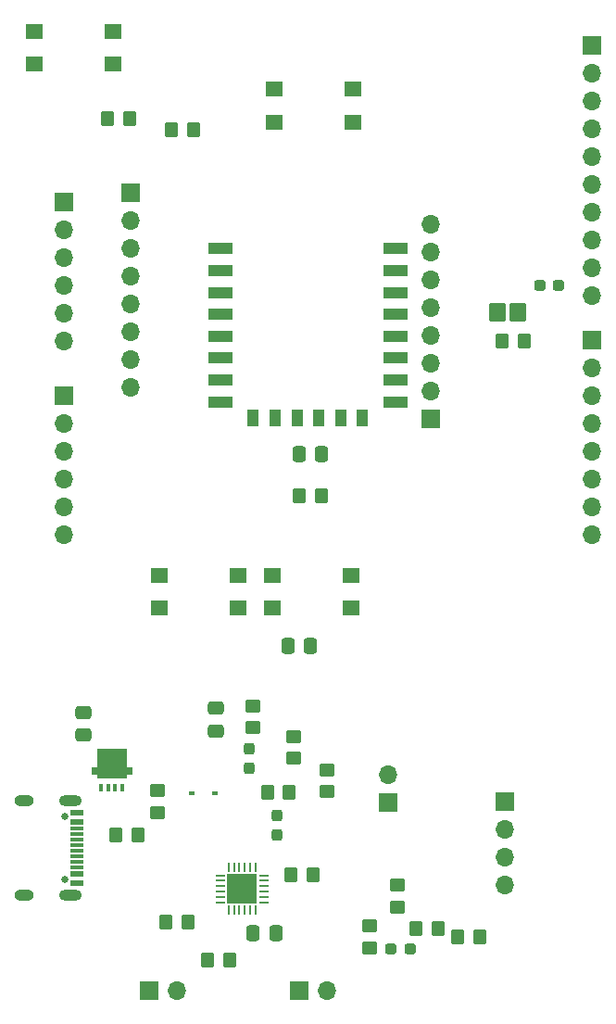
<source format=gbr>
%TF.GenerationSoftware,KiCad,Pcbnew,(6.0.10)*%
%TF.CreationDate,2023-03-08T17:02:45-06:00*%
%TF.ProjectId,445,3434352e-6b69-4636-9164-5f7063625858,rev?*%
%TF.SameCoordinates,Original*%
%TF.FileFunction,Soldermask,Top*%
%TF.FilePolarity,Negative*%
%FSLAX46Y46*%
G04 Gerber Fmt 4.6, Leading zero omitted, Abs format (unit mm)*
G04 Created by KiCad (PCBNEW (6.0.10)) date 2023-03-08 17:02:45*
%MOMM*%
%LPD*%
G01*
G04 APERTURE LIST*
G04 Aperture macros list*
%AMRoundRect*
0 Rectangle with rounded corners*
0 $1 Rounding radius*
0 $2 $3 $4 $5 $6 $7 $8 $9 X,Y pos of 4 corners*
0 Add a 4 corners polygon primitive as box body*
4,1,4,$2,$3,$4,$5,$6,$7,$8,$9,$2,$3,0*
0 Add four circle primitives for the rounded corners*
1,1,$1+$1,$2,$3*
1,1,$1+$1,$4,$5*
1,1,$1+$1,$6,$7*
1,1,$1+$1,$8,$9*
0 Add four rect primitives between the rounded corners*
20,1,$1+$1,$2,$3,$4,$5,0*
20,1,$1+$1,$4,$5,$6,$7,0*
20,1,$1+$1,$6,$7,$8,$9,0*
20,1,$1+$1,$8,$9,$2,$3,0*%
G04 Aperture macros list end*
%ADD10C,0.010000*%
%ADD11R,1.600000X1.400000*%
%ADD12RoundRect,0.237500X0.237500X-0.287500X0.237500X0.287500X-0.237500X0.287500X-0.237500X-0.287500X0*%
%ADD13RoundRect,0.250000X0.350000X0.450000X-0.350000X0.450000X-0.350000X-0.450000X0.350000X-0.450000X0*%
%ADD14RoundRect,0.250000X-0.350000X-0.450000X0.350000X-0.450000X0.350000X0.450000X-0.350000X0.450000X0*%
%ADD15R,1.700000X1.700000*%
%ADD16O,1.700000X1.700000*%
%ADD17RoundRect,0.250000X-0.450000X0.350000X-0.450000X-0.350000X0.450000X-0.350000X0.450000X0.350000X0*%
%ADD18RoundRect,0.250000X0.450000X-0.350000X0.450000X0.350000X-0.450000X0.350000X-0.450000X-0.350000X0*%
%ADD19RoundRect,0.250000X0.337500X0.475000X-0.337500X0.475000X-0.337500X-0.475000X0.337500X-0.475000X0*%
%ADD20RoundRect,0.250000X-0.337500X-0.475000X0.337500X-0.475000X0.337500X0.475000X-0.337500X0.475000X0*%
%ADD21R,0.600000X0.450000*%
%ADD22RoundRect,0.101600X-0.650000X-0.750000X0.650000X-0.750000X0.650000X0.750000X-0.650000X0.750000X0*%
%ADD23R,0.400000X0.750000*%
%ADD24C,0.650000*%
%ADD25R,1.150000X0.600000*%
%ADD26R,1.150000X0.300000*%
%ADD27O,2.100000X1.000000*%
%ADD28O,1.800000X1.000000*%
%ADD29RoundRect,0.250000X0.475000X-0.337500X0.475000X0.337500X-0.475000X0.337500X-0.475000X-0.337500X0*%
%ADD30RoundRect,0.062500X-0.350000X-0.062500X0.350000X-0.062500X0.350000X0.062500X-0.350000X0.062500X0*%
%ADD31RoundRect,0.062500X-0.062500X-0.350000X0.062500X-0.350000X0.062500X0.350000X-0.062500X0.350000X0*%
%ADD32R,2.700000X2.700000*%
%ADD33R,2.200000X1.000000*%
%ADD34R,1.000000X1.500000*%
%ADD35RoundRect,0.237500X-0.287500X-0.237500X0.287500X-0.237500X0.287500X0.237500X-0.287500X0.237500X0*%
G04 APERTURE END LIST*
%TO.C,Q1*%
G36*
X127313000Y-117052000D02*
G01*
X127843000Y-117052000D01*
X127843000Y-117652000D01*
X127313000Y-117652000D01*
X127313000Y-117952000D01*
X124663000Y-117952000D01*
X124663000Y-117652000D01*
X124133000Y-117652000D01*
X124133000Y-117052000D01*
X124663000Y-117052000D01*
X124663000Y-115352000D01*
X127313000Y-115352000D01*
X127313000Y-117052000D01*
G37*
D10*
X127313000Y-117052000D02*
X127843000Y-117052000D01*
X127843000Y-117652000D01*
X127313000Y-117652000D01*
X127313000Y-117952000D01*
X124663000Y-117952000D01*
X124663000Y-117652000D01*
X124133000Y-117652000D01*
X124133000Y-117052000D01*
X124663000Y-117052000D01*
X124663000Y-115352000D01*
X127313000Y-115352000D01*
X127313000Y-117052000D01*
%TD*%
D11*
%TO.C,S3*%
X140676000Y-102469000D03*
X147876000Y-102469000D03*
X140676000Y-99469000D03*
X147876000Y-99469000D03*
%TD*%
D12*
%TO.C,D5*%
X141101000Y-123196000D03*
X141101000Y-121446000D03*
%TD*%
D13*
%TO.C,R3*%
X133461000Y-58801000D03*
X131461000Y-58801000D03*
%TD*%
D14*
%TO.C,R15*%
X153817000Y-131740856D03*
X155817000Y-131740856D03*
%TD*%
D15*
%TO.C,J7*%
X155194000Y-85217000D03*
D16*
X155194000Y-82677000D03*
X155194000Y-80137000D03*
X155194000Y-77597000D03*
X155194000Y-75057000D03*
X155194000Y-72517000D03*
X155194000Y-69977000D03*
X155194000Y-67437000D03*
%TD*%
D17*
%TO.C,R13*%
X130179000Y-119146000D03*
X130179000Y-121146000D03*
%TD*%
D14*
%TO.C,R6*%
X142383000Y-126877000D03*
X144383000Y-126877000D03*
%TD*%
D11*
%TO.C,S2*%
X148038180Y-55072290D03*
X140838180Y-55072290D03*
X148038180Y-58072290D03*
X140838180Y-58072290D03*
%TD*%
D18*
%TO.C,R8*%
X149610000Y-133518856D03*
X149610000Y-131518856D03*
%TD*%
D14*
%TO.C,R16*%
X140228000Y-119273000D03*
X142228000Y-119273000D03*
%TD*%
%TO.C,R9*%
X130957000Y-131195000D03*
X132957000Y-131195000D03*
%TD*%
D15*
%TO.C,J8*%
X151245000Y-120257000D03*
D16*
X151245000Y-117717000D03*
%TD*%
D15*
%TO.C,J10*%
X161913000Y-120130000D03*
D16*
X161913000Y-122670000D03*
X161913000Y-125210000D03*
X161913000Y-127750000D03*
%TD*%
D19*
%TO.C,C2*%
X140995500Y-132211000D03*
X138920500Y-132211000D03*
%TD*%
D13*
%TO.C,R17*%
X128381000Y-123190000D03*
X126381000Y-123190000D03*
%TD*%
D20*
%TO.C,C4*%
X142095500Y-105922000D03*
X144170500Y-105922000D03*
%TD*%
D18*
%TO.C,R18*%
X152150000Y-129782000D03*
X152150000Y-127782000D03*
%TD*%
D17*
%TO.C,R12*%
X142625000Y-114193000D03*
X142625000Y-116193000D03*
%TD*%
D21*
%TO.C,D1*%
X135420000Y-119384000D03*
X133320000Y-119384000D03*
%TD*%
D11*
%TO.C,S1*%
X126155000Y-49808000D03*
X118955000Y-49808000D03*
X126155000Y-52808000D03*
X118955000Y-52808000D03*
%TD*%
D17*
%TO.C,R10*%
X145673000Y-117257000D03*
X145673000Y-119257000D03*
%TD*%
D12*
%TO.C,D3*%
X138561000Y-117084000D03*
X138561000Y-115334000D03*
%TD*%
D22*
%TO.C,R5*%
X161229000Y-75438000D03*
X163129000Y-75438000D03*
%TD*%
D15*
%TO.C,J9*%
X143112000Y-137402000D03*
D16*
X145652000Y-137402000D03*
%TD*%
D11*
%TO.C,S4*%
X130389000Y-102469000D03*
X137589000Y-102469000D03*
X130389000Y-99469000D03*
X137589000Y-99469000D03*
%TD*%
D23*
%TO.C,Q1*%
X125013000Y-118877000D03*
X125663000Y-118877000D03*
X126313000Y-118877000D03*
X126963000Y-118877000D03*
%TD*%
D14*
%TO.C,R2*%
X161687000Y-78105000D03*
X163687000Y-78105000D03*
%TD*%
%TO.C,R14*%
X157611000Y-132502856D03*
X159611000Y-132502856D03*
%TD*%
%TO.C,R1*%
X143145000Y-92202000D03*
X145145000Y-92202000D03*
%TD*%
D24*
%TO.C,J5*%
X121714000Y-121495951D03*
X121714000Y-127275951D03*
D25*
X122789000Y-121185951D03*
X122789000Y-121985951D03*
D26*
X122789000Y-123135951D03*
X122789000Y-124135951D03*
X122789000Y-124635951D03*
X122789000Y-125635951D03*
D25*
X122789000Y-126785951D03*
X122789000Y-127585951D03*
X122789000Y-127585951D03*
X122789000Y-126785951D03*
D26*
X122789000Y-126135951D03*
X122789000Y-125135951D03*
X122789000Y-123635951D03*
X122789000Y-122635951D03*
D25*
X122789000Y-121985951D03*
X122789000Y-121185951D03*
D27*
X122214000Y-120065951D03*
D28*
X118034000Y-120065951D03*
D27*
X122214000Y-128705951D03*
D28*
X118034000Y-128705951D03*
%TD*%
D29*
%TO.C,C5*%
X123448000Y-114071500D03*
X123448000Y-111996500D03*
%TD*%
D14*
%TO.C,R4*%
X125619000Y-57785000D03*
X127619000Y-57785000D03*
%TD*%
D30*
%TO.C,U2*%
X135963500Y-126897000D03*
X135963500Y-127397000D03*
X135963500Y-127897000D03*
X135963500Y-128397000D03*
X135963500Y-128897000D03*
X135963500Y-129397000D03*
D31*
X136676000Y-130109500D03*
X137176000Y-130109500D03*
X137676000Y-130109500D03*
X138176000Y-130109500D03*
X138676000Y-130109500D03*
X139176000Y-130109500D03*
D30*
X139888500Y-129397000D03*
X139888500Y-128897000D03*
X139888500Y-128397000D03*
X139888500Y-127897000D03*
X139888500Y-127397000D03*
X139888500Y-126897000D03*
D31*
X139176000Y-126184500D03*
X138676000Y-126184500D03*
X138176000Y-126184500D03*
X137676000Y-126184500D03*
X137176000Y-126184500D03*
X136676000Y-126184500D03*
D32*
X137926000Y-128147000D03*
%TD*%
D15*
%TO.C,J6*%
X127762000Y-64516000D03*
D16*
X127762000Y-67056000D03*
X127762000Y-69596000D03*
X127762000Y-72136000D03*
X127762000Y-74676000D03*
X127762000Y-77216000D03*
X127762000Y-79756000D03*
X127762000Y-82296000D03*
%TD*%
D15*
%TO.C,J11*%
X129401000Y-137402000D03*
D16*
X131941000Y-137402000D03*
%TD*%
D20*
%TO.C,C1*%
X143107500Y-88392000D03*
X145182500Y-88392000D03*
%TD*%
D29*
%TO.C,C3*%
X135513000Y-113690500D03*
X135513000Y-111615500D03*
%TD*%
D18*
%TO.C,R11*%
X138942000Y-113399000D03*
X138942000Y-111399000D03*
%TD*%
D33*
%TO.C,U1*%
X135937680Y-69647290D03*
X135937680Y-71647290D03*
X135937680Y-73647290D03*
X135937680Y-75647290D03*
X135937680Y-77647290D03*
X135937680Y-79647290D03*
X135937680Y-81647290D03*
X135937680Y-83647290D03*
D34*
X138937680Y-85147290D03*
X140937680Y-85147290D03*
X142937680Y-85147290D03*
X144937680Y-85147290D03*
X146937680Y-85147290D03*
X148937680Y-85147290D03*
D33*
X151937680Y-83647290D03*
X151937680Y-81647290D03*
X151937680Y-79647290D03*
X151937680Y-77647290D03*
X151937680Y-75647290D03*
X151937680Y-73647290D03*
X151937680Y-71647290D03*
X151937680Y-69647290D03*
%TD*%
D13*
%TO.C,R7*%
X136783000Y-134624000D03*
X134783000Y-134624000D03*
%TD*%
D35*
%TO.C,D4*%
X151529000Y-133645856D03*
X153279000Y-133645856D03*
%TD*%
%TO.C,D2*%
X165114000Y-73025000D03*
X166864000Y-73025000D03*
%TD*%
D15*
%TO.C,J3*%
X169926000Y-51059000D03*
D16*
X169926000Y-53599000D03*
X169926000Y-56139000D03*
X169926000Y-58679000D03*
X169926000Y-61219000D03*
X169926000Y-63759000D03*
X169926000Y-66299000D03*
X169926000Y-68839000D03*
X169926000Y-71379000D03*
X169926000Y-73919000D03*
%TD*%
D15*
%TO.C,J1*%
X121666000Y-65405000D03*
D16*
X121666000Y-67945000D03*
X121666000Y-70485000D03*
X121666000Y-73025000D03*
X121666000Y-75565000D03*
X121666000Y-78105000D03*
%TD*%
D15*
%TO.C,J2*%
X121666000Y-83058000D03*
D16*
X121666000Y-85598000D03*
X121666000Y-88138000D03*
X121666000Y-90678000D03*
X121666000Y-93218000D03*
X121666000Y-95758000D03*
%TD*%
D15*
%TO.C,J4*%
X169926000Y-77993000D03*
D16*
X169926000Y-80533000D03*
X169926000Y-83073000D03*
X169926000Y-85613000D03*
X169926000Y-88153000D03*
X169926000Y-90693000D03*
X169926000Y-93233000D03*
X169926000Y-95773000D03*
%TD*%
M02*

</source>
